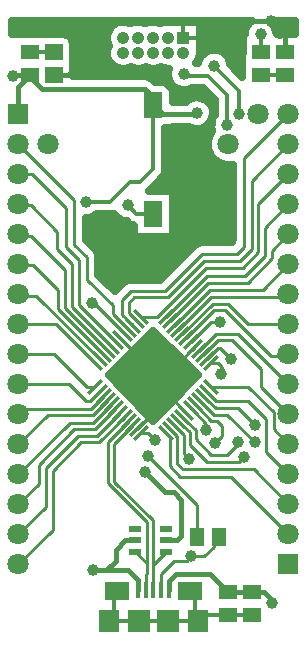
<source format=gbr>
G04 DipTrace Beta 2.9.0.1*
G04 Top.gbr*
%MOMM*%
G04 #@! TF.FileFunction,Copper,L1,Top*
G04 #@! TF.Part,Single*
%AMOUTLINE0*
4,1,4,
0.75,-0.65,
-0.75,-0.65,
-0.75,0.65,
0.75,0.65,
0.75,-0.65,
0*%
%AMOUTLINE3*
4,1,4,
0.45963,0.67177,
0.67177,0.45963,
-0.45963,-0.67177,
-0.67177,-0.45963,
0.45963,0.67177,
0*%
%AMOUTLINE6*
4,1,4,
-0.67177,0.45963,
-0.45963,0.67177,
0.67177,-0.45963,
0.45963,-0.67177,
-0.67177,0.45963,
0*%
G04 #@! TA.AperFunction,Conductor,NotC*
%ADD14C,0.4064*%
G04 #@! TA.AperFunction,CopperBalancing*
%ADD15C,0.3556*%
G04 #@! TA.AperFunction,Conductor,NotC*
%ADD16C,0.254*%
%ADD17C,0.4*%
G04 #@! TA.AperFunction,CopperBalancing*
%ADD18C,0.635*%
G04 #@! TA.AperFunction,SMDPad,CuDef*
%ADD19R,1.5X1.3*%
%ADD20R,1.3X1.5*%
%ADD23R,1.9X1.9*%
%ADD24R,1.8X1.9*%
%ADD25R,2.1X1.6*%
%ADD26R,0.4X1.35*%
G04 #@! TA.AperFunction,ComponentPad*
%ADD27R,1.8X1.8*%
%ADD28C,1.8*%
%ADD29R,1.05X1.05*%
%ADD30C,1.05*%
G04 #@! TA.AperFunction,SMDPad,CuDef*
%ADD34R,1.6X2.2*%
%ADD35R,1.1X0.6*%
G04 #@! TA.AperFunction,ViaPad*
%ADD39C,1.0*%
%ADD41C,1.8*%
G04 #@! TA.AperFunction,SMDPad,CuDef*
%ADD90OUTLINE0*%
%ADD93OUTLINE3*%
%ADD96OUTLINE6*%
%FSLAX35Y35*%
G04*
G71*
G90*
G75*
G01*
G04 Top*
%LPD*%
X457200Y4781800D2*
D14*
X588933D1*
X651480Y4844347D1*
Y5163123D1*
X719873Y5231517D1*
X2291063D1*
X2406517Y5116063D1*
Y4978283D1*
X2413000Y4971800D1*
X1630640Y4026970D2*
Y4196933D1*
X1797290Y4363583D1*
Y4598777D1*
X1740843Y4655223D1*
X1439797D1*
X1303383Y4791637D1*
X592583D1*
X651480Y4844347D1*
X1630640Y4026970D2*
Y3359500D1*
X1399520Y3128380D1*
X1004343D1*
X933660Y3199063D1*
X779220Y2845973D2*
D16*
X790693D1*
X1051447Y2585217D1*
X1645417Y1991247D2*
X1785720Y1850947D1*
X1831637D1*
X1878727Y1803857D1*
Y1723250D1*
X1819850Y1664373D1*
X1306207Y1688953D2*
X1251400Y1743760D1*
X1192870D1*
X2129123Y397550D2*
D14*
X1926423D1*
X1925923Y398050D1*
X1425400Y419903D2*
D17*
Y496217D1*
D14*
X1482437Y553253D1*
X1770720D1*
X1925923Y398050D1*
X1016093Y2549863D2*
D16*
X1329263Y2236690D1*
Y2165980D1*
X1378723Y2116520D1*
X1574707Y1920537D1*
X1157513Y1779117D2*
Y1779270D1*
X1378723Y2000480D1*
Y2116520D1*
X1645417Y2479153D2*
X1643067D1*
X1423237Y2259323D1*
X1312263D1*
X1329263Y2236690D1*
X1663797Y4455283D2*
D14*
X1678377D1*
X1666810Y4443717D1*
X1375683D1*
X1295400Y4524000D1*
X107967Y4773427D2*
X97353D1*
X103757Y4779830D1*
X252030D1*
X254000Y4781800D1*
X1295400Y4524000D2*
Y4585203D1*
X1219693Y4660910D1*
X349927D1*
X229037Y4781800D1*
X254000D1*
X1231163Y2365620D2*
D16*
X1329263Y2236690D1*
X725470Y3700607D2*
D15*
X927730D1*
X1098483Y3871360D1*
X1183860D1*
X1292000Y3979500D1*
Y4520600D1*
X1295400Y4524000D1*
X2295480Y306673D2*
D16*
Y335880D1*
D14*
X2234410Y396950D1*
X2129723D1*
D16*
X2129123Y397550D1*
X1405000Y838200D2*
D14*
X1493357D1*
X1529600Y874443D1*
Y1181660D1*
X1465963Y1245297D1*
X1394653D1*
X1223223Y1416727D1*
X152400Y4445000D2*
Y4680200D1*
X254000Y4781800D1*
X1862850Y2688017D2*
D16*
X1783570D1*
X1610063Y2514507D1*
X2203037Y5121477D2*
D15*
Y4978563D1*
X2209800Y4971800D1*
X985400Y407403D2*
X958800D1*
Y195803D1*
X915400Y152403D1*
X1175400D1*
X1415400D1*
X1675400D1*
X1649033D1*
Y363770D1*
X1605400Y407403D1*
X1925923Y208050D2*
X1731047D1*
X1675400Y152403D1*
X2129123Y207550D2*
X1926423D1*
X1925923Y208050D1*
X1610063Y1955893D2*
D16*
X1741703Y1824250D1*
Y1768377D1*
X457200Y4971800D2*
D15*
X254000D1*
X1295400Y3604000D2*
X1150640D1*
X1079753Y3674887D1*
X2209800Y4781800D2*
X2413000D1*
X786667Y588913D2*
D14*
X896743D1*
X1078713D1*
X1165400Y502227D1*
Y419903D1*
X1135000Y838200D2*
X1052967D1*
X974470Y759703D1*
Y666640D1*
X896743Y588913D1*
X1716127Y2408440D2*
D16*
X1840690Y2533003D1*
X1964340D1*
X2205777Y2291567D1*
Y2137623D1*
X2438400Y1905000D1*
X1680773Y2443797D2*
X1826337Y2589360D1*
X2008040D1*
X2438400Y2159000D1*
X1503997Y2620573D2*
X1785807Y2902383D1*
X2419783D1*
X2438400Y2921000D1*
X1468640Y2655930D2*
X1772950Y2960237D1*
X2223637D1*
X2438400Y3175000D1*
X1433283Y2691283D2*
X1760690Y3018690D1*
X2091993D1*
X2299677Y3226373D1*
Y3290277D1*
X2438400Y3429000D1*
X1397929Y2726640D2*
X1749932Y3078643D1*
X2072290D1*
X2241283Y3247637D1*
Y3485883D1*
X2438400Y3683000D1*
X1192870Y2726640D2*
X1323453D1*
X1743447Y3146633D1*
X2052980D1*
X2184330Y3277983D1*
Y3682930D1*
X2438400Y3937000D1*
X1157512Y2691283D2*
X1085167Y2763629D1*
Y2848627D1*
X1132633Y2896093D1*
X1419400D1*
X1726350Y3203043D1*
X2026757D1*
X2125877Y3302163D1*
Y3878477D1*
X2438400Y4191000D1*
X1122157Y2655930D2*
Y2657307D1*
X1032960Y2746503D1*
Y2873093D1*
X1107267Y2947400D1*
X1394070D1*
X1710043Y3263373D1*
X2003353D1*
X2065923Y3325943D1*
Y4072523D1*
X2438400Y4445000D1*
X1086803Y2620573D2*
X949880Y2757497D1*
Y2827390D1*
X731000Y3046270D1*
Y3238003D1*
X626143Y3342860D1*
Y3717257D1*
X152400Y4191000D1*
X910027Y2443797D2*
X545273Y2808550D1*
Y3130233D1*
X260637Y3414870D1*
X166530D1*
X152400Y3429000D1*
X874670Y2408440D2*
X485427Y2797687D1*
Y2956423D1*
X273503Y3168347D1*
X159053D1*
X152400Y3175000D1*
X839317Y2373087D2*
X304547Y2907853D1*
X165547D1*
X152400Y2921000D1*
X803960Y2337730D2*
X468497Y2673193D1*
X146207D1*
X152400Y2667000D1*
Y2413000D2*
X456943D1*
X730203Y2139740D1*
X796890D1*
X803960Y2132670D1*
X839317Y2097313D2*
X837637D1*
X762237Y2021913D1*
X721017D1*
X580880Y2162050D1*
X155450D1*
X152400Y2159000D1*
X874670Y2061960D2*
X766137Y1953423D1*
X200823D1*
X152400Y1905000D1*
X910027Y2026603D2*
X908837D1*
X779843Y1897610D1*
X399010D1*
X152400Y1651000D1*
X945380Y1991247D2*
X785910Y1831777D1*
X587177D1*
X152400Y1397000D1*
X980737Y1955893D2*
X979787D1*
X801807Y1777913D1*
X623687D1*
X322137Y1476363D1*
Y1312737D1*
X152400Y1143000D1*
X1016093Y1920537D2*
X815360Y1719807D1*
X653200D1*
X385860Y1452467D1*
Y1122460D1*
X152400Y889000D1*
X1051447Y1885183D2*
Y1884830D1*
X834557Y1667940D1*
X683647D1*
X442720Y1427013D1*
Y925320D1*
X152400Y635000D1*
X1751482Y2097313D2*
X1827409Y2021387D1*
X2094957D1*
X2250527Y1865817D1*
Y1584873D1*
X2438400Y1397000D1*
X1786836Y2132670D2*
Y2138293D1*
X2098743D1*
X2312013Y1925023D1*
Y1777387D1*
X2438400Y1651000D1*
X1574707Y2549863D2*
X1810320Y2785477D1*
X1904053D1*
X2287240Y2402290D1*
X2427690D1*
X2438400Y2413000D1*
X1539350Y2585217D2*
X1796567Y2842433D1*
X1928030D1*
X2098657Y2671807D1*
X2433593D1*
X2438400Y2667000D1*
X980737Y2514507D2*
X668597Y2826647D1*
Y3212787D1*
X559043Y3322340D1*
Y3648037D1*
X270080Y3937000D1*
X152400D1*
X945380Y2479153D2*
X608750Y2815783D1*
Y3179983D1*
X482887Y3305847D1*
Y3446723D1*
X256363Y3673247D1*
X162153D1*
X152400Y3683000D1*
X1397929Y1743760D2*
X1399293D1*
X1433037Y1710017D1*
Y1466413D1*
X1521673Y1377777D1*
X1949623D1*
X2438400Y889000D1*
X1433283Y1779117D2*
X1498933Y1713467D1*
Y1484450D1*
X1544563Y1438820D1*
X2142580D1*
X2438400Y1143000D1*
X1918240Y4355690D2*
D15*
Y4610143D1*
X1755670Y4772713D1*
X1565193D1*
X1552563Y4785343D1*
X1680773Y2026603D2*
D16*
X1806347Y1901030D1*
X1918997D1*
X2151057Y1668970D1*
X2020727Y4445000D2*
D15*
Y4645487D1*
X1808680Y4857533D1*
X1716127Y2061960D2*
D16*
X1822343Y1955743D1*
X2010320D1*
X2151057Y1815007D1*
X1086803Y1849827D2*
X906827Y1669850D1*
Y1320303D1*
X1237653Y989477D1*
Y642370D1*
Y550790D1*
X1230400D1*
Y419903D1*
X1135000Y743200D2*
X1136823D1*
X1237653Y642370D1*
X1122157Y1814470D2*
X962343Y1654657D1*
Y1335010D1*
X1290413Y1006940D1*
Y628383D1*
Y547510D1*
X1295400D1*
Y419903D1*
X1405000Y743200D2*
Y742970D1*
X1290413Y628383D1*
X1360400Y419903D2*
Y551100D1*
X1472097Y662797D1*
X1576823D1*
X1616233Y702207D1*
X1726767D1*
X1804343Y779783D1*
Y815840D1*
X1853217Y864713D1*
X1786840Y2337730D2*
X1845540D1*
X1877360Y2305910D1*
Y2241860D1*
X1869850Y2249370D1*
X1751483Y2373087D2*
Y2375010D1*
X1840173Y2463700D1*
X1859377D1*
X1948920Y2374157D1*
X1503997Y1849827D2*
X1601303Y1752520D1*
Y1647367D1*
X1749167Y1499503D1*
X2018710D1*
X2063380Y1544173D1*
X1539350Y1885183D2*
X1651467Y1773067D1*
Y1694627D1*
X1786840Y1559253D1*
X1920487D1*
X2029120Y1667887D1*
X2015120D1*
X1663217Y864713D2*
Y1139950D1*
X1249287Y1553880D1*
X1592780Y1526997D2*
X1550120Y1569657D1*
Y1732993D1*
X1468640Y1814470D1*
D39*
X1630640Y4026970D3*
X933660Y3199063D3*
X779220Y2845973D3*
X1630640Y4026970D3*
X1819850Y1664373D3*
X2291063Y5231517D3*
X1306207Y1688953D3*
X1663797Y4455283D3*
X107967Y4773427D3*
X1231163Y2365620D3*
X725470Y3700607D3*
X2295480Y306673D3*
X1223223Y1416727D3*
X1862850Y2688017D3*
X2203037Y5121477D3*
X1741703Y1768377D3*
X1079753Y3674887D3*
X786667Y588913D3*
X1918240Y4355690D3*
X1552563Y4785343D3*
X2151057Y1668970D3*
X2020727Y4445000D3*
X1808680Y4857533D3*
X2151057Y1815007D3*
X1616233Y702207D3*
X1869850Y2249370D3*
X1948920Y2374157D3*
X2063380Y1544173D3*
X2015120Y1667887D3*
X1249287Y1553880D3*
X1592780Y1526997D3*
D41*
X1930400Y4191000D3*
X2184400Y4445000D3*
X406400Y4191000D3*
X1251248Y2559383D2*
D18*
X1338759D1*
X1188740Y2496217D2*
X1402259D1*
X1125240Y2433050D2*
X1465759D1*
X1061740Y2369883D2*
X1528266D1*
X999232Y2306717D2*
X1591766D1*
X935732Y2243550D2*
X1655266D1*
X980380Y2180383D2*
X1610618D1*
X1041896Y2117217D2*
X1549102D1*
X1102420Y2054050D2*
X1487587D1*
X1163935Y1990883D2*
X1427063D1*
X1225451Y1927717D2*
X1365548D1*
X1295104Y1849237D2*
X1669961Y2234899D1*
X1295655Y2609143D1*
X921196Y2234530D1*
X1283989Y1860743D1*
X104636Y5173043D2*
X923389D1*
X1693128D2*
X2071350D1*
X2334081D2*
X2487077D1*
X581878Y5109877D2*
X898585D1*
X1693128D2*
X2043569D1*
X623550Y5046710D2*
X905530D1*
X1693128D2*
X2043569D1*
X623550Y4983543D2*
X898585D1*
X1693128D2*
X1753850D1*
X1863785D2*
X2043569D1*
X623550Y4920377D2*
X905530D1*
X1934230D2*
X2043569D1*
X622558Y4857210D2*
X950178D1*
X1961019D2*
X2043569D1*
X623550Y4794043D2*
X1411545D1*
X1305183Y4730877D2*
X1422460D1*
X1625660Y4667710D2*
X1709202D1*
X1466910Y4604543D2*
X1771710D1*
X1774488Y4541377D2*
X1809413D1*
X1401425Y4288710D2*
X1778655D1*
X1401425Y4225543D2*
X1752858D1*
X1401425Y4162377D2*
X1750874D1*
X1401425Y4099210D2*
X1774686D1*
X1401425Y4036043D2*
X1842155D1*
X1401425Y3972877D2*
X1962210D1*
X1373644Y3909710D2*
X1962210D1*
X1311136Y3846543D2*
X1962210D1*
X1466910Y3783377D2*
X1962210D1*
X1466910Y3720210D2*
X1962210D1*
X1466910Y3657043D2*
X1962210D1*
X815042Y3593877D2*
X965061D1*
X1466910D2*
X1962210D1*
X730706Y3530710D2*
X1072217D1*
X1466910D2*
X1962210D1*
X730706Y3467543D2*
X1123811D1*
X1466910D2*
X1962210D1*
X730706Y3404377D2*
X1962210D1*
X772378Y3341210D2*
X1644710D1*
X826949Y3278043D2*
X1580217D1*
X834886Y3214877D2*
X1516717D1*
X834886Y3151710D2*
X1454210D1*
X834886Y3088543D2*
X1390710D1*
X896402Y3025377D2*
X1041460D1*
X2369790Y5121890D2*
X2492821D1*
X2493010Y5236329D1*
X2273737Y5236210D1*
X2289366Y5225383D1*
X2311190Y5202423D1*
X2327066Y5175012D1*
X2336123Y5144657D1*
X2338064Y5122201D1*
X2369890Y5120898D1*
X96887Y5121890D2*
X532200D1*
X563218Y5116035D1*
X589968Y5099276D1*
X608768Y5073918D1*
X617290Y5036800D1*
X617107Y4905831D1*
X613343Y4872415D1*
X617290Y4846800D1*
Y4766433D1*
X1219693Y4766320D1*
X1250965Y4761575D1*
X1283976Y4744451D1*
X1310366Y4719310D1*
X1434912Y4719090D1*
X1424384Y4742688D1*
X1417975Y4773710D1*
X1418966Y4805371D1*
X1424958Y4827337D1*
X1385002Y4833290D1*
X1358456Y4844222D1*
X1320878Y4830489D1*
X1289278Y4828246D1*
X1258002Y4833290D1*
X1231456Y4844222D1*
X1193878Y4830489D1*
X1162278Y4828246D1*
X1131002Y4833290D1*
X1104456Y4844222D1*
X1066878Y4830489D1*
X1035278Y4828246D1*
X1004002Y4833290D1*
X974709Y4845353D1*
X948952Y4863796D1*
X928095Y4887642D1*
X913246Y4915625D1*
X905190Y4946263D1*
X904355Y4977932D1*
X910785Y5008952D1*
X919549Y5027804D1*
X905190Y5073263D1*
X904355Y5104932D1*
X910785Y5135952D1*
X924140Y5164679D1*
X943711Y5189591D1*
X968461Y5209366D1*
X997077Y5222955D1*
X1028043Y5229640D1*
X1059718Y5229065D1*
X1090421Y5221261D1*
X1103595Y5214408D1*
X1124077Y5222955D1*
X1155043Y5229640D1*
X1186718Y5229065D1*
X1217421Y5221261D1*
X1230595Y5214408D1*
X1251077Y5222955D1*
X1282043Y5229640D1*
X1313718Y5229065D1*
X1344421Y5221261D1*
X1357595Y5214408D1*
X1378077Y5222955D1*
X1411811Y5230289D1*
X1686991D1*
X1686395Y4955109D1*
X1683343Y4934231D1*
X1672595Y4904430D1*
X1653170Y4875825D1*
X1675326Y4875584D1*
X1683420Y4908122D1*
X1698644Y4935900D1*
X1719919Y4959370D1*
X1746074Y4977240D1*
X1775671Y4988528D1*
X1807083Y4992614D1*
X1838584Y4989272D1*
X1868440Y4978687D1*
X1895010Y4961440D1*
X1916833Y4938479D1*
X1932710Y4911068D1*
X1941766Y4880714D1*
X1942831Y4868399D1*
X2049099Y4762595D1*
X2049710Y5121890D1*
X2068562D1*
X2069440Y5141505D1*
X2077776Y5172065D1*
X2093001Y5199844D1*
X2114275Y5223313D1*
X2133074Y5236158D1*
X96877Y5236210D1*
X97790Y5122108D1*
X1256319Y3799089D2*
X1460491D1*
Y3408909D1*
X1130311D1*
Y3503167D1*
X1119392Y3505991D1*
X1090388Y3520803D1*
X1068779Y3540380D1*
X1038616Y3546213D1*
X1009783Y3559330D1*
X984796Y3578801D1*
X964337Y3604470D1*
X927730Y3597736D1*
X813628D1*
X777535Y3575953D1*
X747076Y3567256D1*
X724329Y3566274D1*
X723934Y3382889D1*
X800148Y3307152D1*
X818594Y3281481D1*
X827861Y3250279D1*
X828790Y3206253D1*
Y3086199D1*
X969230Y2946337D1*
X1038119Y3016548D1*
X1063790Y3034994D1*
X1094991Y3044261D1*
X1139017Y3045190D1*
X1354321D1*
X1640895Y3332521D1*
X1666566Y3350967D1*
X1697768Y3360234D1*
X1741793Y3361164D1*
X1963051D1*
X1968133Y3389443D1*
Y4019482D1*
X1919687Y4016238D1*
X1888346Y4021035D1*
X1858384Y4031406D1*
X1830783Y4047011D1*
X1806449Y4067337D1*
X1786179Y4091718D1*
X1770639Y4119355D1*
X1760338Y4149342D1*
X1755614Y4180695D1*
X1756621Y4212385D1*
X1763327Y4243374D1*
X1775512Y4272646D1*
X1794817Y4301401D1*
X1790061Y4313035D1*
X1783652Y4344057D1*
X1784643Y4375718D1*
X1792980Y4406278D1*
X1808204Y4434057D1*
X1815517Y4442125D1*
X1815370Y4567026D1*
X1712901Y4670002D1*
X1621725Y4669843D1*
X1604629Y4660690D1*
X1574169Y4651992D1*
X1542521Y4650627D1*
X1511426Y4656669D1*
X1482593Y4669786D1*
X1459949Y4687432D1*
X1460490Y4549426D1*
X1567176Y4549127D1*
X1575035Y4557120D1*
X1601190Y4574990D1*
X1630788Y4586278D1*
X1662200Y4590364D1*
X1693700Y4587022D1*
X1723556Y4576437D1*
X1750126Y4559190D1*
X1771950Y4536229D1*
X1787826Y4508818D1*
X1796883Y4478464D1*
X1798887Y4455283D1*
X1795173Y4423825D1*
X1784235Y4394096D1*
X1766675Y4367732D1*
X1743459Y4346181D1*
X1715862Y4330630D1*
X1685402Y4321932D1*
X1653755Y4320567D1*
X1622659Y4326609D1*
X1596529Y4338497D1*
X1460490Y4338090D1*
Y4328910D1*
X1394013D1*
X1394870Y4044350D1*
Y3979500D1*
X1390009Y3948252D1*
X1375197Y3919248D1*
X1342289Y3884309D1*
X1257173Y3799193D1*
X2413000Y5121766D2*
D15*
Y4971800D1*
X1549400Y5230165D2*
Y5092700D1*
X1686867D1*
X457200Y4781800D2*
X617176D1*
D19*
X2129123Y397550D3*
Y207550D3*
X2413000Y4971800D3*
Y4781800D3*
X254000Y4971800D3*
Y4781800D3*
D23*
X1415400Y152403D3*
X1175400D3*
D24*
X915400D3*
X1675400D3*
D25*
X985400Y407403D3*
X1605400D3*
D26*
X1165400Y419903D3*
X1230400D3*
X1295400D3*
X1360400D3*
X1425400D3*
D27*
X152400Y4445000D3*
D28*
Y4191000D3*
Y3937000D3*
Y3683000D3*
Y3429000D3*
Y3175000D3*
Y2921000D3*
Y2667000D3*
Y2413000D3*
Y2159000D3*
Y1905000D3*
Y1651000D3*
Y1397000D3*
Y1143000D3*
Y889000D3*
Y635000D3*
D29*
X1549400Y5092700D3*
D30*
X1422400D3*
X1295400D3*
X1168400D3*
X1041400D3*
X1549400Y4965700D3*
X1422400D3*
X1295400D3*
X1168400D3*
X1041400D3*
D27*
X2438400Y635000D3*
D28*
Y889000D3*
Y1143000D3*
Y1397000D3*
Y1651000D3*
Y1905000D3*
Y2159000D3*
Y2413000D3*
Y2667000D3*
Y2921000D3*
Y3175000D3*
Y3429000D3*
Y3683000D3*
Y3937000D3*
Y4191000D3*
Y4445000D3*
D19*
X2209800Y4971800D3*
Y4781800D3*
D20*
X1853217Y864713D3*
X1663217D3*
D19*
X1925923Y208050D3*
Y398050D3*
D90*
X457200Y4781800D3*
Y4971800D3*
D34*
X1295400Y3604000D3*
Y4524000D3*
D35*
X1405000Y743200D3*
Y838200D3*
Y933200D3*
X1135000D3*
Y838200D3*
Y743200D3*
D93*
X1786836Y2337730D3*
X1751482Y2373087D3*
X1716126Y2408440D3*
X1680773Y2443797D3*
X1645416Y2479153D3*
X1610059Y2514507D3*
X1574706Y2549863D3*
X1539349Y2585217D3*
X1503993Y2620573D3*
X1468639Y2655930D3*
X1433282Y2691283D3*
X1397929Y2726640D3*
D96*
X1192866D3*
X1157512Y2691283D3*
X1122156Y2655930D3*
X1086803Y2620573D3*
X1051446Y2585217D3*
X1016089Y2549863D3*
X980736Y2514507D3*
X945379Y2479153D3*
X910026Y2443797D3*
X874669Y2408440D3*
X839312Y2373087D3*
X803959Y2337730D3*
D93*
Y2132670D3*
X839312Y2097313D3*
X874669Y2061960D3*
X910026Y2026603D3*
X945379Y1991247D3*
X980736Y1955893D3*
X1016089Y1920537D3*
X1051446Y1885183D3*
X1086803Y1849827D3*
X1122156Y1814470D3*
X1157512Y1779117D3*
X1192866Y1743760D3*
D96*
X1397929D3*
X1433282Y1779117D3*
X1468639Y1814470D3*
X1503993Y1849827D3*
X1539349Y1885183D3*
X1574706Y1920537D3*
X1610059Y1955893D3*
X1645416Y1991247D3*
X1680773Y2026603D3*
X1716126Y2061960D3*
X1751482Y2097313D3*
X1786836Y2132670D3*
M02*

</source>
